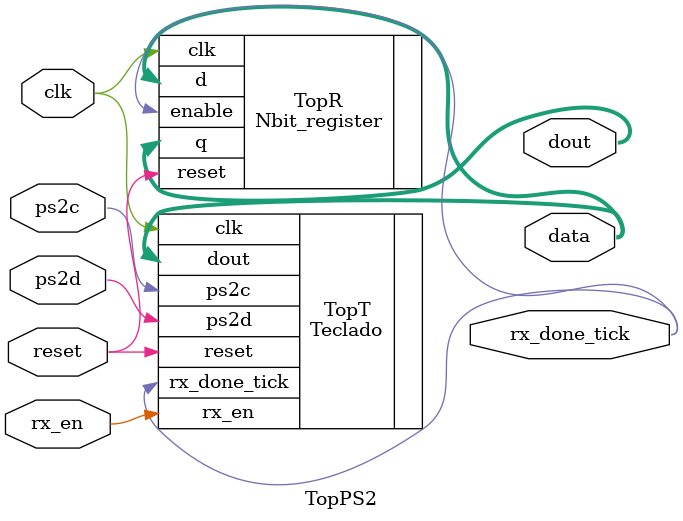
<source format=v>
`timescale 1ns / 1ps

module TopPS2(
    input clk,reset,
    input ps2d,ps2c, rx_en,
    output rx_done_tick,
    output [7:0] data,
    output wire [7:0] dout
);

Teclado TopT(
     .clk(clk),
     .reset(reset),
     .ps2d(ps2d),
     .ps2c(ps2c), 
     .rx_en(rx_en),
     .rx_done_tick(rx_done_tick),
     .dout(data)
);

Nbit_register TopR(
     .clk(clk), 
     .enable(rx_done_tick), 
     .d(data), 
     .reset(reset),
     .q(dout)
);

endmodule

</source>
